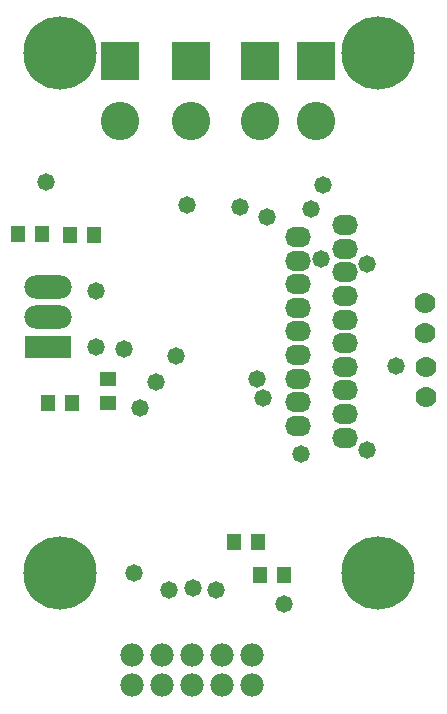
<source format=gbs>
%FSLAX24Y24*%
%MOIN*%
G70*
G01*
G75*
G04 Layer_Color=16711935*
%ADD10R,0.0400X0.0500*%
%ADD11R,0.0200X0.0500*%
%ADD12C,0.0236*%
%ADD13C,0.0315*%
%ADD14R,0.1200X0.1200*%
%ADD15C,0.1200*%
%ADD16O,0.0787X0.0591*%
%ADD17O,0.1500X0.0700*%
%ADD18R,0.1500X0.0700*%
%ADD19C,0.0700*%
%ADD20C,0.2362*%
%ADD21C,0.0620*%
%ADD22C,0.0500*%
%ADD23R,0.0500X0.0400*%
%ADD24C,0.0787*%
%ADD25C,0.1181*%
%ADD26C,0.0984*%
%ADD27C,0.0591*%
%ADD28C,0.0100*%
%ADD29C,0.0039*%
%ADD30C,0.0120*%
%ADD31C,0.0020*%
%ADD32R,0.0480X0.0580*%
%ADD33R,0.0280X0.0580*%
%ADD34R,0.1280X0.1280*%
%ADD35C,0.1280*%
%ADD36O,0.0867X0.0671*%
%ADD37O,0.1580X0.0780*%
%ADD38R,0.1580X0.0780*%
%ADD39C,0.0780*%
%ADD40C,0.2442*%
%ADD41C,0.0580*%
%ADD42R,0.0580X0.0480*%
G54D19*
X-18340Y4860D02*
D03*
Y5860D02*
D03*
X-18310Y2730D02*
D03*
Y3730D02*
D03*
G54D32*
X-31120Y8170D02*
D03*
X-31920D02*
D03*
X-29380Y8140D02*
D03*
X-30180D02*
D03*
X-30910Y2520D02*
D03*
X-30110D02*
D03*
X-23920Y-2110D02*
D03*
X-24720D02*
D03*
X-23060Y-3210D02*
D03*
X-23860D02*
D03*
G54D34*
X-21970Y13930D02*
D03*
X-28510D02*
D03*
X-23840D02*
D03*
X-26140Y13920D02*
D03*
G54D35*
X-21970Y11930D02*
D03*
X-28510D02*
D03*
X-23840D02*
D03*
X-26140Y11920D02*
D03*
G54D36*
X-22575Y1767D02*
D03*
Y2554D02*
D03*
Y3342D02*
D03*
Y4129D02*
D03*
Y4917D02*
D03*
Y5704D02*
D03*
Y6492D02*
D03*
Y7279D02*
D03*
Y8066D02*
D03*
X-21000Y1373D02*
D03*
Y2161D02*
D03*
Y2948D02*
D03*
Y3736D02*
D03*
Y4523D02*
D03*
Y5310D02*
D03*
Y6098D02*
D03*
Y6885D02*
D03*
Y7673D02*
D03*
Y8460D02*
D03*
G54D37*
X-30900Y6410D02*
D03*
Y5410D02*
D03*
G54D38*
Y4410D02*
D03*
G54D39*
X-24120Y-5880D02*
D03*
X-28120Y-6880D02*
D03*
Y-5880D02*
D03*
X-27120Y-6880D02*
D03*
Y-5880D02*
D03*
X-26120Y-6880D02*
D03*
Y-5880D02*
D03*
X-25120Y-6880D02*
D03*
Y-5880D02*
D03*
X-24120Y-6880D02*
D03*
G54D40*
X-19899Y-3133D02*
D03*
X-30529D02*
D03*
Y14189D02*
D03*
X-19899D02*
D03*
G54D41*
X-27300Y3240D02*
D03*
X-30990Y9910D02*
D03*
X-21760Y9810D02*
D03*
X-24530Y9050D02*
D03*
X-26270Y9130D02*
D03*
X-22150Y8990D02*
D03*
X-19300Y3750D02*
D03*
X-21800Y7320D02*
D03*
X-20290Y7150D02*
D03*
Y970D02*
D03*
X-25308Y-3718D02*
D03*
X-26095Y-3645D02*
D03*
X-26883Y-3713D02*
D03*
X-28040Y-3130D02*
D03*
X-23932Y3342D02*
D03*
X-26640Y4100D02*
D03*
X-22480Y830D02*
D03*
X-28390Y4320D02*
D03*
X-29320Y6250D02*
D03*
X-23600Y8740D02*
D03*
X-23064Y-4166D02*
D03*
X-23740Y2700D02*
D03*
X-29320Y4410D02*
D03*
X-27840Y2370D02*
D03*
G54D42*
X-28900Y3320D02*
D03*
Y2520D02*
D03*
M02*

</source>
